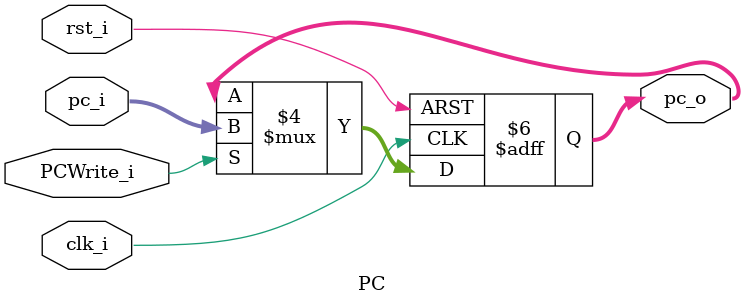
<source format=v>
module PC
(
    rst_i,
    clk_i,
    PCWrite_i,
    pc_i,
    pc_o
);

// Ports
input               rst_i;
input               clk_i;
input               PCWrite_i;
input   [31:0]      pc_i;
output  [31:0]      pc_o;

// Wires & Registers
reg     [31:0]      pc_o;


always@(posedge clk_i or negedge rst_i) begin
    if(~rst_i)
        pc_o <= 32'b0;
    else if (PCWrite_i)
        pc_o <= pc_i;
    else
        pc_o <= pc_o;
end

endmodule

</source>
